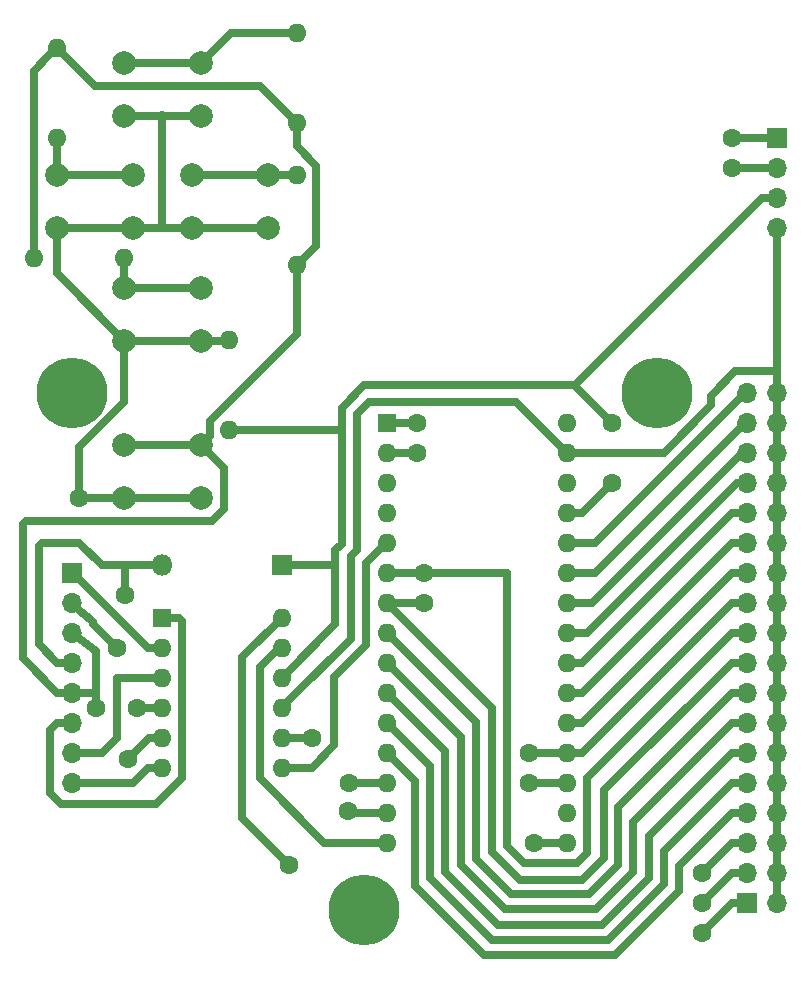
<source format=gbr>
G04 #@! TF.GenerationSoftware,KiCad,Pcbnew,(5.1.4)-1*
G04 #@! TF.CreationDate,2020-03-18T16:22:38+02:00*
G04 #@! TF.ProjectId,arduino-fanatec-pcb,61726475-696e-46f2-9d66-616e61746563,rev?*
G04 #@! TF.SameCoordinates,Original*
G04 #@! TF.FileFunction,Copper,L2,Bot*
G04 #@! TF.FilePolarity,Positive*
%FSLAX46Y46*%
G04 Gerber Fmt 4.6, Leading zero omitted, Abs format (unit mm)*
G04 Created by KiCad (PCBNEW (5.1.4)-1) date 2020-03-18 16:22:38*
%MOMM*%
%LPD*%
G04 APERTURE LIST*
%ADD10R,1.700000X1.700000*%
%ADD11O,1.700000X1.700000*%
%ADD12C,6.000000*%
%ADD13R,1.600000X1.600000*%
%ADD14O,1.600000X1.600000*%
%ADD15C,2.000000*%
%ADD16O,1.800000X1.800000*%
%ADD17R,1.800000X1.800000*%
%ADD18C,1.600000*%
%ADD19C,0.700000*%
%ADD20C,0.250000*%
G04 APERTURE END LIST*
D10*
X116840000Y-110490000D03*
D11*
X119380000Y-110490000D03*
X116840000Y-107950000D03*
X119380000Y-107950000D03*
X116840000Y-105410000D03*
X119380000Y-105410000D03*
X116840000Y-102870000D03*
X119380000Y-102870000D03*
X116840000Y-100330000D03*
X119380000Y-100330000D03*
X116840000Y-97790000D03*
X119380000Y-97790000D03*
X116840000Y-95250000D03*
X119380000Y-95250000D03*
X116840000Y-92710000D03*
X119380000Y-92710000D03*
X116840000Y-90170000D03*
X119380000Y-90170000D03*
X116840000Y-87630000D03*
X119380000Y-87630000D03*
X116840000Y-85090000D03*
X119380000Y-85090000D03*
X116840000Y-82550000D03*
X119380000Y-82550000D03*
X116840000Y-80010000D03*
X119380000Y-80010000D03*
X116840000Y-77470000D03*
X119380000Y-77470000D03*
X116840000Y-74930000D03*
X119380000Y-74930000D03*
X116840000Y-72390000D03*
X119380000Y-72390000D03*
X116840000Y-69850000D03*
X119380000Y-69850000D03*
X116840000Y-67310000D03*
X119380000Y-67310000D03*
D12*
X84455000Y-111125000D03*
D13*
X86360000Y-69850000D03*
D14*
X101600000Y-102870000D03*
X86360000Y-72390000D03*
X101600000Y-100330000D03*
X86360000Y-74930000D03*
X101600000Y-97790000D03*
X86360000Y-77470000D03*
X101600000Y-95250000D03*
X86360000Y-80010000D03*
X101600000Y-92710000D03*
X86360000Y-82550000D03*
X101600000Y-90170000D03*
X86360000Y-85090000D03*
X101600000Y-87630000D03*
X86360000Y-87630000D03*
X101600000Y-85090000D03*
X86360000Y-90170000D03*
X101600000Y-82550000D03*
X86360000Y-92710000D03*
X101600000Y-80010000D03*
X86360000Y-95250000D03*
X101600000Y-77470000D03*
X86360000Y-97790000D03*
X101600000Y-74930000D03*
X86360000Y-100330000D03*
X101600000Y-72390000D03*
X86360000Y-102870000D03*
X101600000Y-69850000D03*
X86360000Y-105410000D03*
X101600000Y-105410000D03*
X56515000Y-55880000D03*
X64135000Y-55880000D03*
X73025000Y-70485000D03*
X73025000Y-62865000D03*
X78740000Y-48895000D03*
X78740000Y-56515000D03*
X58420000Y-45720000D03*
X58420000Y-38100000D03*
X78740000Y-36830000D03*
X78740000Y-44450000D03*
D15*
X70635000Y-71755000D03*
X70635000Y-76255000D03*
X64135000Y-71755000D03*
X64135000Y-76255000D03*
X70635000Y-58420000D03*
X70635000Y-62920000D03*
X64135000Y-58420000D03*
X64135000Y-62920000D03*
X76350000Y-48840000D03*
X76350000Y-53340000D03*
X69850000Y-48840000D03*
X69850000Y-53340000D03*
X64920000Y-48840000D03*
X64920000Y-53340000D03*
X58420000Y-48840000D03*
X58420000Y-53340000D03*
X70635000Y-39370000D03*
X70635000Y-43870000D03*
X64135000Y-39370000D03*
X64135000Y-43870000D03*
D11*
X119380000Y-53340000D03*
X119380000Y-50800000D03*
X119380000Y-48260000D03*
D10*
X119380000Y-45720000D03*
D14*
X77470000Y-86360000D03*
X67310000Y-99060000D03*
X77470000Y-88900000D03*
X67310000Y-96520000D03*
X77470000Y-91440000D03*
X67310000Y-93980000D03*
X77470000Y-93980000D03*
X67310000Y-91440000D03*
X77470000Y-96520000D03*
X67310000Y-88900000D03*
X77470000Y-99060000D03*
D13*
X67310000Y-86360000D03*
D12*
X109220000Y-67310000D03*
X59690000Y-67310000D03*
D16*
X67310000Y-81915000D03*
D17*
X77470000Y-81915000D03*
D11*
X59690000Y-100330000D03*
X59690000Y-97790000D03*
X59690000Y-95250000D03*
X59690000Y-92710000D03*
X59690000Y-90170000D03*
X59690000Y-87630000D03*
X59690000Y-85090000D03*
D10*
X59690000Y-82550000D03*
D18*
X98806000Y-105410000D03*
X78105000Y-107315004D03*
X80010000Y-96520000D03*
X83058000Y-102768400D03*
X61750000Y-93980000D03*
X65250000Y-93980000D03*
X64476878Y-98286878D03*
X63500000Y-88900000D03*
X98425000Y-100330000D03*
X64164438Y-84425562D03*
X105410000Y-74930000D03*
X105410000Y-69839991D03*
X113031397Y-107951397D03*
X89535000Y-85090000D03*
X115570000Y-48260000D03*
X89535000Y-82550000D03*
X115570000Y-45720000D03*
X113030000Y-113030000D03*
X88900000Y-72390000D03*
X113030000Y-110490000D03*
X88900000Y-69850000D03*
X60325000Y-76200000D03*
X98425000Y-97790000D03*
X83185000Y-100330006D03*
D19*
X101600000Y-105410000D02*
X98806000Y-105410000D01*
X74130001Y-89699999D02*
X74130001Y-103340005D01*
X77470000Y-86360000D02*
X74130001Y-89699999D01*
X77305001Y-106515005D02*
X78105000Y-107315004D01*
X74130001Y-103340005D02*
X77305001Y-106515005D01*
X75619999Y-99948001D02*
X81081998Y-105410000D01*
X75619999Y-90551999D02*
X75619999Y-99948001D01*
X77470000Y-88900000D02*
X77271998Y-88900000D01*
X77271998Y-88900000D02*
X75619999Y-90551999D01*
X81081998Y-105410000D02*
X86360000Y-105410000D01*
X83159600Y-102870000D02*
X83058000Y-102768400D01*
X86360000Y-102870000D02*
X83159600Y-102870000D01*
X80010000Y-96520000D02*
X80360755Y-96870755D01*
X80010000Y-96520000D02*
X77470000Y-96520000D01*
X116715998Y-67310000D02*
X116840000Y-67310000D01*
X101600000Y-80010000D02*
X104015998Y-80010000D01*
X104015998Y-80010000D02*
X116715998Y-67310000D01*
X116715998Y-69850000D02*
X116840000Y-69850000D01*
X101600000Y-82550000D02*
X104015998Y-82550000D01*
X104015998Y-82550000D02*
X116715998Y-69850000D01*
X116460499Y-72390000D02*
X116840000Y-72390000D01*
X101600000Y-85090000D02*
X103760499Y-85090000D01*
X103760499Y-85090000D02*
X116460499Y-72390000D01*
X116014489Y-74930000D02*
X116840000Y-74930000D01*
X101600000Y-87630000D02*
X103314489Y-87630000D01*
X103314489Y-87630000D02*
X116014489Y-74930000D01*
X115637919Y-77470000D02*
X116840000Y-77470000D01*
X101600000Y-90170000D02*
X102937919Y-90170000D01*
X102937919Y-90170000D02*
X115637919Y-77470000D01*
X115637919Y-80010000D02*
X116840000Y-80010000D01*
X101600000Y-92710000D02*
X102937919Y-92710000D01*
X102937919Y-92710000D02*
X115637919Y-80010000D01*
X85560001Y-80809999D02*
X86360000Y-80010000D01*
X80010000Y-99060000D02*
X81915000Y-97155000D01*
X77470000Y-99060000D02*
X80010000Y-99060000D01*
X81915000Y-97155000D02*
X81915000Y-91373493D01*
X81915000Y-91373493D02*
X84609999Y-88678494D01*
X84609999Y-88678494D02*
X84609999Y-81760001D01*
X84609999Y-81760001D02*
X85560001Y-80809999D01*
X115637919Y-82550000D02*
X116840000Y-82550000D01*
X101600000Y-95250000D02*
X102937919Y-95250000D01*
X102937919Y-95250000D02*
X115637919Y-82550000D01*
X119380000Y-67310000D02*
X119380000Y-110490000D01*
X119380000Y-53340000D02*
X119380000Y-67310000D01*
X101600000Y-72390000D02*
X97309999Y-68099999D01*
X97309999Y-68099999D02*
X84868493Y-68099999D01*
X83309988Y-88140012D02*
X78269999Y-93180001D01*
X84868493Y-68099999D02*
X83850011Y-69118481D01*
X83850011Y-80631494D02*
X83309988Y-81171517D01*
X83850011Y-69118481D02*
X83850011Y-80631494D01*
X78269999Y-93180001D02*
X77470000Y-93980000D01*
X83309988Y-81171517D02*
X83309988Y-88140012D01*
X60480000Y-92710000D02*
X59690000Y-92710000D01*
X67310000Y-93980000D02*
X65250000Y-93980000D01*
X59119999Y-38799999D02*
X58420000Y-38100000D01*
X61640001Y-41320001D02*
X59119999Y-38799999D01*
X75610001Y-41320001D02*
X61640001Y-41320001D01*
X78740000Y-44450000D02*
X75610001Y-41320001D01*
X79439999Y-55815001D02*
X78740000Y-56515000D01*
X80390001Y-54864999D02*
X79439999Y-55815001D01*
X80390001Y-48102999D02*
X80390001Y-54864999D01*
X78740000Y-46452998D02*
X80390001Y-48102999D01*
X78740000Y-44450000D02*
X78740000Y-46452998D01*
X64135000Y-71755000D02*
X70635000Y-71755000D01*
X78740000Y-57504949D02*
X78740000Y-56515000D01*
X78740000Y-62327998D02*
X78740000Y-57504949D01*
X71374999Y-69692999D02*
X78740000Y-62327998D01*
X70635000Y-71755000D02*
X71374999Y-71015001D01*
X71374999Y-71015001D02*
X71374999Y-69692999D01*
X58487919Y-92710000D02*
X59690000Y-92710000D01*
X55595990Y-89818071D02*
X58487919Y-92710000D01*
X55595990Y-78389010D02*
X55595990Y-89818071D01*
X55779999Y-78205001D02*
X55595990Y-78389010D01*
X71571001Y-78205001D02*
X55779999Y-78205001D01*
X72585001Y-77191001D02*
X71571001Y-78205001D01*
X72585001Y-73705001D02*
X72585001Y-77191001D01*
X70635000Y-71755000D02*
X72585001Y-73705001D01*
X57720001Y-38799999D02*
X58420000Y-38100000D01*
X56469999Y-40050001D02*
X57720001Y-38799999D01*
X56469999Y-54276001D02*
X56469999Y-40050001D01*
X56515000Y-54321002D02*
X56469999Y-54276001D01*
X56515000Y-55880000D02*
X56515000Y-54321002D01*
X119380000Y-65532000D02*
X119380000Y-67310000D01*
X109797508Y-72390000D02*
X113792000Y-68395508D01*
X101600000Y-72390000D02*
X109797508Y-72390000D01*
X113792000Y-68395508D02*
X113792000Y-67564000D01*
X113792000Y-67564000D02*
X115846001Y-65509999D01*
X115846001Y-65509999D02*
X119357999Y-65509999D01*
X119357999Y-65509999D02*
X119380000Y-65532000D01*
X66178630Y-88900000D02*
X67310000Y-88900000D01*
X66164002Y-88900000D02*
X66178630Y-88900000D01*
X59814002Y-82550000D02*
X66164002Y-88900000D01*
X59690000Y-82550000D02*
X59814002Y-82550000D01*
X60892081Y-100330000D02*
X59690000Y-100330000D01*
X64908630Y-100330000D02*
X60892081Y-100330000D01*
X66178630Y-99060000D02*
X64908630Y-100330000D01*
X67310000Y-99060000D02*
X66178630Y-99060000D01*
X67310000Y-91440000D02*
X63500000Y-91440000D01*
X63500000Y-91440000D02*
X63500000Y-96520000D01*
X62230000Y-97790000D02*
X59690000Y-97790000D01*
X63500000Y-96520000D02*
X62230000Y-97790000D01*
X58487919Y-95250000D02*
X59690000Y-95250000D01*
X57889999Y-95847920D02*
X58487919Y-95250000D01*
X57889999Y-101194001D02*
X57889999Y-95847920D01*
X58825999Y-102130001D02*
X57889999Y-101194001D01*
X69060001Y-99900001D02*
X66830001Y-102130001D01*
X66830001Y-102130001D02*
X58825999Y-102130001D01*
X69060001Y-86610001D02*
X69060001Y-99900001D01*
X68810000Y-86360000D02*
X69060001Y-86610001D01*
X67310000Y-86360000D02*
X68810000Y-86360000D01*
X67310000Y-96520000D02*
X66243756Y-96520000D01*
X66243756Y-96520000D02*
X64476878Y-98286878D01*
X58487919Y-90170000D02*
X56896000Y-88578081D01*
X59690000Y-90170000D02*
X58487919Y-90170000D01*
X56896000Y-80264000D02*
X57150000Y-80010000D01*
X57150000Y-80010000D02*
X60325000Y-80010000D01*
X56896000Y-88578081D02*
X56896000Y-80264000D01*
X60325000Y-80010000D02*
X62230000Y-81915000D01*
X101600000Y-100330000D02*
X98425000Y-100330000D01*
X64135000Y-81915000D02*
X67310000Y-81915000D01*
X62230000Y-81915000D02*
X64135000Y-81915000D01*
X64135000Y-81915000D02*
X64164438Y-81944438D01*
X64164438Y-81944438D02*
X64164438Y-84425562D01*
D20*
X64135000Y-84396124D02*
X64164438Y-84425562D01*
D19*
X61750000Y-92848630D02*
X61750000Y-93980000D01*
X59690000Y-87630000D02*
X61749999Y-89181999D01*
X61749999Y-89181999D02*
X61750000Y-92848630D01*
X59690000Y-92710000D02*
X61595000Y-92710000D01*
X60539999Y-85939999D02*
X59690000Y-85090000D01*
X60664001Y-85939999D02*
X60539999Y-85939999D01*
X61490001Y-86765999D02*
X60664001Y-85939999D01*
X61490001Y-86890001D02*
X61490001Y-86765999D01*
X63500000Y-88900000D02*
X61490001Y-86890001D01*
X101600000Y-77470000D02*
X102870000Y-77470000D01*
X102870000Y-77470000D02*
X105410000Y-74930000D01*
X82550000Y-68579999D02*
X84455000Y-66675000D01*
X84455000Y-66675000D02*
X102235000Y-66675000D01*
X82009977Y-80633035D02*
X82550000Y-80093012D01*
X77470000Y-91440000D02*
X82009977Y-86900023D01*
D20*
X81915000Y-81915000D02*
X82009977Y-81820023D01*
D19*
X82009977Y-81820023D02*
X82009977Y-80633035D01*
X82550000Y-80093012D02*
X82550000Y-70485000D01*
X82550000Y-70485000D02*
X82550000Y-68579999D01*
X81915000Y-81915000D02*
X82009977Y-82009977D01*
X77470000Y-81915000D02*
X81915000Y-81915000D01*
X82009977Y-86900023D02*
X82009977Y-82009977D01*
X82009977Y-82009977D02*
X82009977Y-81820023D01*
X73025000Y-70485000D02*
X82550001Y-70485000D01*
X102302919Y-66675000D02*
X102235000Y-66675000D01*
X118177919Y-50800000D02*
X102302919Y-66675000D01*
X119380000Y-50800000D02*
X118177919Y-50800000D01*
X102245009Y-66675000D02*
X104610001Y-69039992D01*
X104610001Y-69039992D02*
X105410000Y-69839991D01*
X102235000Y-66675000D02*
X102245009Y-66675000D01*
X116840000Y-105410000D02*
X115572794Y-105410000D01*
X115572794Y-105410000D02*
X113031397Y-107951397D01*
X115570000Y-48260000D02*
X119380000Y-48260000D01*
X86360000Y-85090000D02*
X89535000Y-85090000D01*
X95250000Y-93980000D02*
X87159999Y-85889999D01*
X95250000Y-106198401D02*
X95250000Y-93980000D01*
X87159999Y-85889999D02*
X86360000Y-85090000D01*
X116840000Y-90170000D02*
X115570000Y-90170000D01*
X104775000Y-100965000D02*
X104775000Y-106706404D01*
X104775000Y-106706404D02*
X102896404Y-108585000D01*
X115570000Y-90170000D02*
X104775000Y-100965000D01*
X102896404Y-108585000D02*
X97636599Y-108585000D01*
X97636599Y-108585000D02*
X95250000Y-106198401D01*
X96520000Y-82550000D02*
X96520004Y-82550004D01*
X96520004Y-82550004D02*
X96520004Y-105714001D01*
X96520004Y-105714001D02*
X97966004Y-107160001D01*
X115637919Y-87630000D02*
X116840000Y-87630000D01*
X97966004Y-107160001D02*
X102440001Y-107160001D01*
X102440001Y-107160001D02*
X103350001Y-106250001D01*
X103350001Y-106250001D02*
X103350001Y-99917918D01*
X103350001Y-99917918D02*
X115637919Y-87630000D01*
X89535000Y-82550000D02*
X96520000Y-82550000D01*
X86360000Y-82550000D02*
X89535000Y-82550000D01*
X115570000Y-45720000D02*
X119380000Y-45720000D01*
X116840000Y-110490000D02*
X115570000Y-110490000D01*
X115570000Y-110490000D02*
X113030000Y-113030000D01*
X86360000Y-72390000D02*
X88900000Y-72390000D01*
X116840000Y-107950000D02*
X115570000Y-107950000D01*
X115570000Y-107950000D02*
X113030000Y-110490000D01*
X86360000Y-69850000D02*
X88900000Y-69850000D01*
X115637919Y-85090000D02*
X116840000Y-85090000D01*
X101600000Y-97790000D02*
X102937919Y-97790000D01*
X64080000Y-76200000D02*
X64135000Y-76255000D01*
X60325000Y-76200000D02*
X64080000Y-76200000D01*
X64135000Y-76255000D02*
X70635000Y-76255000D01*
X64135000Y-64334213D02*
X64135000Y-62920000D01*
X64135000Y-68119002D02*
X64135000Y-64334213D01*
X60325000Y-71929002D02*
X64135000Y-68119002D01*
X60325000Y-76200000D02*
X60325000Y-71929002D01*
X64135000Y-62920000D02*
X70635000Y-62920000D01*
X72970000Y-62920000D02*
X73025000Y-62865000D01*
X70635000Y-62920000D02*
X72970000Y-62920000D01*
X58420000Y-57205000D02*
X58420000Y-53340000D01*
X64135000Y-62920000D02*
X58420000Y-57205000D01*
X58420000Y-53340000D02*
X64920000Y-53340000D01*
X70635000Y-43870000D02*
X64135000Y-43870000D01*
X76350000Y-53340000D02*
X69850000Y-53340000D01*
X101600000Y-97790000D02*
X98425000Y-97790000D01*
X102937919Y-97790000D02*
X115637919Y-85090000D01*
X69850000Y-53340000D02*
X64920000Y-53340000D01*
X67310000Y-53340000D02*
X67310000Y-43815000D01*
X64920000Y-53340000D02*
X67310000Y-53340000D01*
X73175000Y-36830000D02*
X78740000Y-36830000D01*
X70635000Y-39370000D02*
X73175000Y-36830000D01*
X64135000Y-39370000D02*
X70635000Y-39370000D01*
X58420000Y-45720000D02*
X58420000Y-48840000D01*
X64920000Y-48840000D02*
X58420000Y-48840000D01*
X69850000Y-48840000D02*
X76350000Y-48840000D01*
X78685000Y-48840000D02*
X78740000Y-48895000D01*
X76350000Y-48840000D02*
X78685000Y-48840000D01*
X70635000Y-58420000D02*
X64135000Y-58420000D01*
X64135000Y-58420000D02*
X64135000Y-55880000D01*
X88719939Y-100149939D02*
X87159999Y-98589999D01*
X87159999Y-98589999D02*
X86360000Y-97790000D01*
X88719939Y-109039939D02*
X88719939Y-100149939D01*
X111150066Y-107357853D02*
X111150066Y-109480892D01*
X111150066Y-109480892D02*
X105670892Y-114960066D01*
X115637919Y-102870000D02*
X111150066Y-107357853D01*
X105670892Y-114960066D02*
X94640066Y-114960066D01*
X116840000Y-102870000D02*
X115637919Y-102870000D01*
X94640066Y-114960066D02*
X88719939Y-109039939D01*
X115637919Y-100330000D02*
X116840000Y-100330000D01*
X109850056Y-106117863D02*
X115637919Y-100330000D01*
X105132411Y-113660056D02*
X109850056Y-108942411D01*
X95273589Y-113660056D02*
X105132411Y-113660056D01*
X90555944Y-108942411D02*
X95273589Y-113660056D01*
X90555944Y-108942406D02*
X90555944Y-108942411D01*
X90019949Y-108406411D02*
X90555944Y-108942406D01*
X90019949Y-98909949D02*
X90019949Y-108406411D01*
X109850056Y-108942411D02*
X109850056Y-106117863D01*
X86360000Y-95250000D02*
X90019949Y-98909949D01*
X108550045Y-104877874D02*
X115637919Y-97790000D01*
X115637919Y-97790000D02*
X116840000Y-97790000D01*
X91319960Y-97669960D02*
X91319960Y-107867934D01*
X91319960Y-107867934D02*
X95812071Y-112360045D01*
X95812071Y-112360045D02*
X104593929Y-112360045D01*
X104593929Y-112360045D02*
X108550045Y-108403929D01*
X108550045Y-108403929D02*
X108550045Y-104877874D01*
X86360000Y-92710000D02*
X91319960Y-97669960D01*
X104055447Y-111060034D02*
X107250034Y-107865447D01*
X107250034Y-103637885D02*
X115637919Y-95250000D01*
X96350553Y-111060034D02*
X104055447Y-111060034D01*
X92619967Y-107329448D02*
X96350553Y-111060034D01*
X115637919Y-95250000D02*
X116840000Y-95250000D01*
X92619967Y-96429967D02*
X92619967Y-107329448D01*
X107250034Y-107865447D02*
X107250034Y-103637885D01*
X86360000Y-90170000D02*
X92619967Y-96429967D01*
X93919978Y-95189978D02*
X93919978Y-106790966D01*
X103516965Y-109760023D02*
X105950023Y-107326965D01*
X96889035Y-109760023D02*
X103516965Y-109760023D01*
X93919978Y-106790966D02*
X96889035Y-109760023D01*
X115637919Y-92710000D02*
X116840000Y-92710000D01*
X105950023Y-102397896D02*
X115637919Y-92710000D01*
X105950023Y-107326965D02*
X105950023Y-102397896D01*
X86360000Y-87630000D02*
X93919978Y-95189978D01*
X83185006Y-100330000D02*
X83185000Y-100330006D01*
X86360000Y-100330000D02*
X83185006Y-100330000D01*
M02*

</source>
